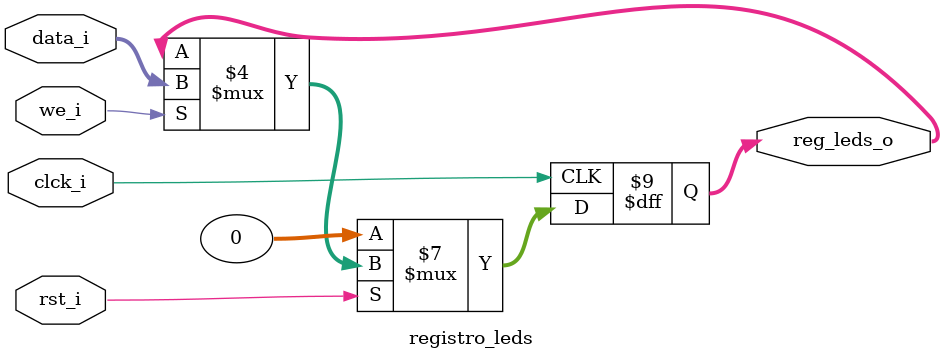
<source format=sv>
module registro_leds (

    input logic             clck_i,
    input logic             rst_i,
    input logic  [31 : 0]   data_i,
    input logic             we_i,
    
    output logic [31 : 0]   reg_leds_o

);

always_ff @(posedge clck_i)
    begin
    
    if(!rst_i)
    
        begin
        
            reg_leds_o <= '0;
        
        end
        
    else
        begin
        
            if (we_i)
            
                reg_leds_o <= data_i;
            
            else
            
                reg_leds_o <= reg_leds_o;
        
        end
    
    end




endmodule
</source>
